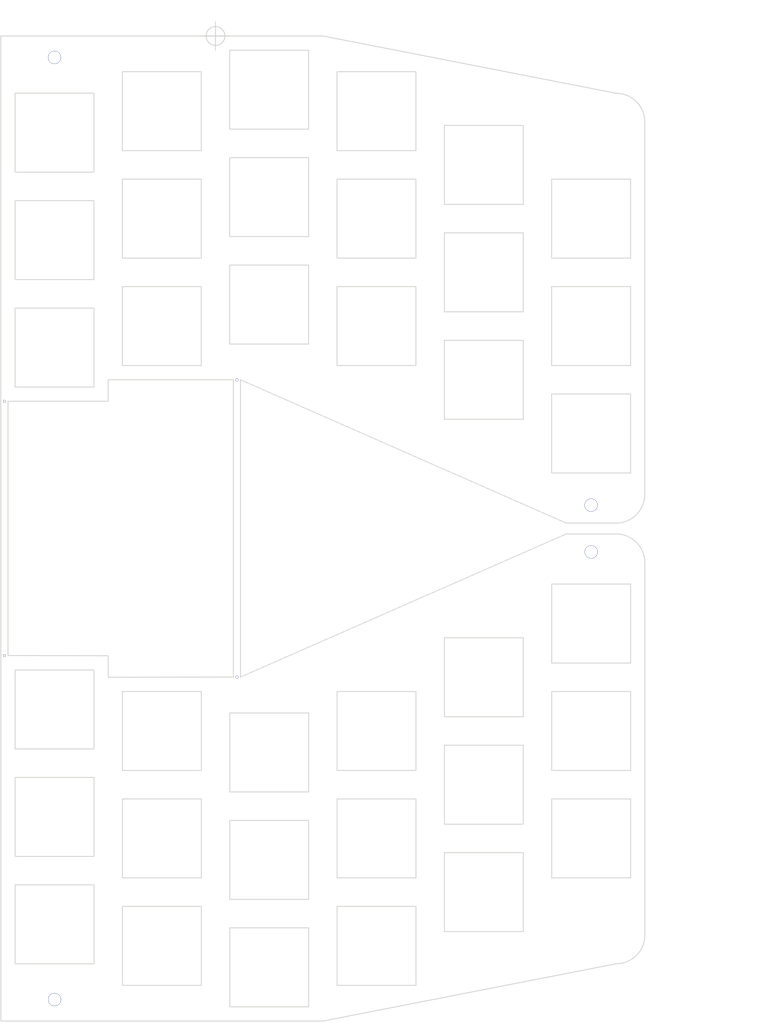
<source format=kicad_pcb>
(kicad_pcb (version 20171130) (host pcbnew 5.0.2-bee76a0~70~ubuntu18.04.1)

  (general
    (thickness 1.6)
    (drawings 30)
    (tracks 4)
    (zones 0)
    (modules 40)
    (nets 1)
  )

  (page A4)
  (layers
    (0 F.Cu signal)
    (31 B.Cu signal)
    (32 B.Adhes user)
    (33 F.Adhes user)
    (34 B.Paste user)
    (35 F.Paste user)
    (36 B.SilkS user)
    (37 F.SilkS user)
    (38 B.Mask user)
    (39 F.Mask user hide)
    (40 Dwgs.User user)
    (41 Cmts.User user)
    (42 Eco1.User user)
    (43 Eco2.User user)
    (44 Edge.Cuts user)
    (45 Margin user)
    (46 B.CrtYd user)
    (47 F.CrtYd user)
    (48 B.Fab user)
    (49 F.Fab user)
  )

  (setup
    (last_trace_width 0.25)
    (trace_clearance 0.2)
    (zone_clearance 0.508)
    (zone_45_only no)
    (trace_min 0.2)
    (segment_width 0.2)
    (edge_width 0.15)
    (via_size 0.8)
    (via_drill 0.4)
    (via_min_size 0.4)
    (via_min_drill 0.3)
    (uvia_size 0.3)
    (uvia_drill 0.1)
    (uvias_allowed no)
    (uvia_min_size 0.2)
    (uvia_min_drill 0.1)
    (pcb_text_width 0.3)
    (pcb_text_size 1.5 1.5)
    (mod_edge_width 0.15)
    (mod_text_size 1 1)
    (mod_text_width 0.15)
    (pad_size 2.3 2.3)
    (pad_drill 2.2)
    (pad_to_mask_clearance 0.051)
    (solder_mask_min_width 0.25)
    (aux_axis_origin 0 0)
    (grid_origin 135.255 20.955)
    (visible_elements FFFFFFFF)
    (pcbplotparams
      (layerselection 0x01088_7fffffff)
      (usegerberextensions true)
      (usegerberattributes false)
      (usegerberadvancedattributes false)
      (creategerberjobfile false)
      (excludeedgelayer true)
      (linewidth 0.100000)
      (plotframeref false)
      (viasonmask false)
      (mode 1)
      (useauxorigin false)
      (hpglpennumber 1)
      (hpglpenspeed 20)
      (hpglpendiameter 15.000000)
      (psnegative false)
      (psa4output false)
      (plotreference true)
      (plotvalue true)
      (plotinvisibletext false)
      (padsonsilk false)
      (subtractmaskfromsilk false)
      (outputformat 1)
      (mirror false)
      (drillshape 0)
      (scaleselection 1)
      (outputdirectory "garber"))
  )

  (net 0 "")

  (net_class Default "これはデフォルトのネット クラスです。"
    (clearance 0.2)
    (trace_width 0.25)
    (via_dia 0.8)
    (via_drill 0.4)
    (uvia_dia 0.3)
    (uvia_drill 0.1)
  )

  (net_class POWER ""
    (clearance 0.2)
    (trace_width 0.4)
    (via_dia 0.8)
    (via_drill 0.4)
    (uvia_dia 0.3)
    (uvia_drill 0.1)
  )

  (module footprints:CherryMX_edge_cuts (layer B.Cu) (tedit 5C5ED9CA) (tstamp 5CFF9468)
    (at 125.740532 182.284126 180)
    (path /5CED6AF0)
    (fp_text reference SW2 (at 7.1 -8.2 180) (layer B.SilkS) hide
      (effects (font (size 1 1) (thickness 0.15)) (justify mirror))
    )
    (fp_text value SW_PUSH (at -4.8 -8.3 180) (layer B.Fab) hide
      (effects (font (size 1 1) (thickness 0.15)) (justify mirror))
    )
    (fp_line (start -9.525 9.525) (end 9.525 9.525) (layer Dwgs.User) (width 0.15))
    (fp_line (start 9.525 9.525) (end 9.525 -9.525) (layer Dwgs.User) (width 0.15))
    (fp_line (start 9.525 -9.525) (end -9.525 -9.525) (layer Dwgs.User) (width 0.15))
    (fp_line (start -9.525 -9.525) (end -9.525 9.525) (layer Dwgs.User) (width 0.15))
    (fp_line (start -7 7) (end -7 -7) (layer Edge.Cuts) (width 0.15))
    (fp_line (start -7 -7) (end 7 -7) (layer Edge.Cuts) (width 0.15))
    (fp_line (start -7 7) (end 7 7) (layer Edge.Cuts) (width 0.15))
    (fp_line (start 7 7) (end 7 -7) (layer Edge.Cuts) (width 0.15))
  )

  (module footprints:CherryMX_edge_cuts (layer B.Cu) (tedit 5C5ED9CA) (tstamp 5CFF945D)
    (at 125.740532 163.234126 180)
    (path /5CED6AFE)
    (fp_text reference SW8 (at 7.1 -8.2 180) (layer B.SilkS) hide
      (effects (font (size 1 1) (thickness 0.15)) (justify mirror))
    )
    (fp_text value SW_PUSH (at -4.8 -8.3 180) (layer B.Fab) hide
      (effects (font (size 1 1) (thickness 0.15)) (justify mirror))
    )
    (fp_line (start -9.525 9.525) (end 9.525 9.525) (layer Dwgs.User) (width 0.15))
    (fp_line (start 9.525 9.525) (end 9.525 -9.525) (layer Dwgs.User) (width 0.15))
    (fp_line (start 9.525 -9.525) (end -9.525 -9.525) (layer Dwgs.User) (width 0.15))
    (fp_line (start -9.525 -9.525) (end -9.525 9.525) (layer Dwgs.User) (width 0.15))
    (fp_line (start -7 7) (end -7 -7) (layer Edge.Cuts) (width 0.15))
    (fp_line (start -7 -7) (end 7 -7) (layer Edge.Cuts) (width 0.15))
    (fp_line (start -7 7) (end 7 7) (layer Edge.Cuts) (width 0.15))
    (fp_line (start 7 7) (end 7 -7) (layer Edge.Cuts) (width 0.15))
  )

  (module footprints:CherryMX_edge_cuts (layer B.Cu) (tedit 5C5ED9CA) (tstamp 5CFF9452)
    (at 201.940532 125.134126 180)
    (path /5CED7C52)
    (fp_text reference SW18 (at 7.1 -8.2 180) (layer B.SilkS) hide
      (effects (font (size 1 1) (thickness 0.15)) (justify mirror))
    )
    (fp_text value SW_PUSH (at -4.8 -8.3 180) (layer B.Fab) hide
      (effects (font (size 1 1) (thickness 0.15)) (justify mirror))
    )
    (fp_line (start -9.525 9.525) (end 9.525 9.525) (layer Dwgs.User) (width 0.15))
    (fp_line (start 9.525 9.525) (end 9.525 -9.525) (layer Dwgs.User) (width 0.15))
    (fp_line (start 9.525 -9.525) (end -9.525 -9.525) (layer Dwgs.User) (width 0.15))
    (fp_line (start -9.525 -9.525) (end -9.525 9.525) (layer Dwgs.User) (width 0.15))
    (fp_line (start -7 7) (end -7 -7) (layer Edge.Cuts) (width 0.15))
    (fp_line (start -7 -7) (end 7 -7) (layer Edge.Cuts) (width 0.15))
    (fp_line (start -7 7) (end 7 7) (layer Edge.Cuts) (width 0.15))
    (fp_line (start 7 7) (end 7 -7) (layer Edge.Cuts) (width 0.15))
  )

  (module footprints:CherryMX_edge_cuts (layer B.Cu) (tedit 5C5ED9CA) (tstamp 5CFF9447)
    (at 125.740532 144.184126 180)
    (path /5CED6B0C)
    (fp_text reference SW14 (at 7.1 -8.2 180) (layer B.SilkS) hide
      (effects (font (size 1 1) (thickness 0.15)) (justify mirror))
    )
    (fp_text value SW_PUSH (at -4.8 -8.3 180) (layer B.Fab) hide
      (effects (font (size 1 1) (thickness 0.15)) (justify mirror))
    )
    (fp_line (start -9.525 9.525) (end 9.525 9.525) (layer Dwgs.User) (width 0.15))
    (fp_line (start 9.525 9.525) (end 9.525 -9.525) (layer Dwgs.User) (width 0.15))
    (fp_line (start 9.525 -9.525) (end -9.525 -9.525) (layer Dwgs.User) (width 0.15))
    (fp_line (start -9.525 -9.525) (end -9.525 9.525) (layer Dwgs.User) (width 0.15))
    (fp_line (start -7 7) (end -7 -7) (layer Edge.Cuts) (width 0.15))
    (fp_line (start -7 -7) (end 7 -7) (layer Edge.Cuts) (width 0.15))
    (fp_line (start -7 7) (end 7 7) (layer Edge.Cuts) (width 0.15))
    (fp_line (start 7 7) (end 7 -7) (layer Edge.Cuts) (width 0.15))
  )

  (module footprints:CherryMX_edge_cuts (layer B.Cu) (tedit 5C5ED9CA) (tstamp 5CFF943C)
    (at 144.790532 147.994126 180)
    (path /5CED70C4)
    (fp_text reference SW15 (at 7.1 -8.2 180) (layer B.SilkS) hide
      (effects (font (size 1 1) (thickness 0.15)) (justify mirror))
    )
    (fp_text value SW_PUSH (at -4.8 -8.3 180) (layer B.Fab) hide
      (effects (font (size 1 1) (thickness 0.15)) (justify mirror))
    )
    (fp_line (start -9.525 9.525) (end 9.525 9.525) (layer Dwgs.User) (width 0.15))
    (fp_line (start 9.525 9.525) (end 9.525 -9.525) (layer Dwgs.User) (width 0.15))
    (fp_line (start 9.525 -9.525) (end -9.525 -9.525) (layer Dwgs.User) (width 0.15))
    (fp_line (start -9.525 -9.525) (end -9.525 9.525) (layer Dwgs.User) (width 0.15))
    (fp_line (start -7 7) (end -7 -7) (layer Edge.Cuts) (width 0.15))
    (fp_line (start -7 -7) (end 7 -7) (layer Edge.Cuts) (width 0.15))
    (fp_line (start -7 7) (end 7 7) (layer Edge.Cuts) (width 0.15))
    (fp_line (start 7 7) (end 7 -7) (layer Edge.Cuts) (width 0.15))
  )

  (module footprints:CherryMX_edge_cuts (layer B.Cu) (tedit 5C5ED9CA) (tstamp 5CFF9431)
    (at 201.940532 144.184126 180)
    (path /5CED7C44)
    (fp_text reference SW12 (at 7.1 -8.2 180) (layer B.SilkS) hide
      (effects (font (size 1 1) (thickness 0.15)) (justify mirror))
    )
    (fp_text value SW_PUSH (at -4.8 -8.3 180) (layer B.Fab) hide
      (effects (font (size 1 1) (thickness 0.15)) (justify mirror))
    )
    (fp_line (start -9.525 9.525) (end 9.525 9.525) (layer Dwgs.User) (width 0.15))
    (fp_line (start 9.525 9.525) (end 9.525 -9.525) (layer Dwgs.User) (width 0.15))
    (fp_line (start 9.525 -9.525) (end -9.525 -9.525) (layer Dwgs.User) (width 0.15))
    (fp_line (start -9.525 -9.525) (end -9.525 9.525) (layer Dwgs.User) (width 0.15))
    (fp_line (start -7 7) (end -7 -7) (layer Edge.Cuts) (width 0.15))
    (fp_line (start -7 -7) (end 7 -7) (layer Edge.Cuts) (width 0.15))
    (fp_line (start -7 7) (end 7 7) (layer Edge.Cuts) (width 0.15))
    (fp_line (start 7 7) (end 7 -7) (layer Edge.Cuts) (width 0.15))
  )

  (module footprints:CherryMX_edge_cuts (layer B.Cu) (tedit 5C5ED9CA) (tstamp 5CFF9426)
    (at 144.790532 186.094126 180)
    (path /5CED70A8)
    (fp_text reference SW3 (at 7.1 -8.2 180) (layer B.SilkS) hide
      (effects (font (size 1 1) (thickness 0.15)) (justify mirror))
    )
    (fp_text value SW_PUSH (at -4.8 -8.3 180) (layer B.Fab) hide
      (effects (font (size 1 1) (thickness 0.15)) (justify mirror))
    )
    (fp_line (start -9.525 9.525) (end 9.525 9.525) (layer Dwgs.User) (width 0.15))
    (fp_line (start 9.525 9.525) (end 9.525 -9.525) (layer Dwgs.User) (width 0.15))
    (fp_line (start 9.525 -9.525) (end -9.525 -9.525) (layer Dwgs.User) (width 0.15))
    (fp_line (start -9.525 -9.525) (end -9.525 9.525) (layer Dwgs.User) (width 0.15))
    (fp_line (start -7 7) (end -7 -7) (layer Edge.Cuts) (width 0.15))
    (fp_line (start -7 -7) (end 7 -7) (layer Edge.Cuts) (width 0.15))
    (fp_line (start -7 7) (end 7 7) (layer Edge.Cuts) (width 0.15))
    (fp_line (start 7 7) (end 7 -7) (layer Edge.Cuts) (width 0.15))
  )

  (module footprints:CherryMX_edge_cuts (layer B.Cu) (tedit 5C5ED9CA) (tstamp 5CFF941B)
    (at 163.840532 182.284126 180)
    (path /5CED7BC6)
    (fp_text reference SW4 (at 7.1 -8.2 180) (layer B.SilkS) hide
      (effects (font (size 1 1) (thickness 0.15)) (justify mirror))
    )
    (fp_text value SW_PUSH (at -4.8 -8.3 180) (layer B.Fab) hide
      (effects (font (size 1 1) (thickness 0.15)) (justify mirror))
    )
    (fp_line (start -9.525 9.525) (end 9.525 9.525) (layer Dwgs.User) (width 0.15))
    (fp_line (start 9.525 9.525) (end 9.525 -9.525) (layer Dwgs.User) (width 0.15))
    (fp_line (start 9.525 -9.525) (end -9.525 -9.525) (layer Dwgs.User) (width 0.15))
    (fp_line (start -9.525 -9.525) (end -9.525 9.525) (layer Dwgs.User) (width 0.15))
    (fp_line (start -7 7) (end -7 -7) (layer Edge.Cuts) (width 0.15))
    (fp_line (start -7 -7) (end 7 -7) (layer Edge.Cuts) (width 0.15))
    (fp_line (start -7 7) (end 7 7) (layer Edge.Cuts) (width 0.15))
    (fp_line (start 7 7) (end 7 -7) (layer Edge.Cuts) (width 0.15))
  )

  (module footprints:CherryMX_edge_cuts (layer B.Cu) (tedit 5C5ED9CA) (tstamp 5CFF9410)
    (at 106.690532 178.474126 180)
    (path /5CED6234)
    (fp_text reference SW1 (at 7.1 -8.2 180) (layer B.SilkS) hide
      (effects (font (size 1 1) (thickness 0.15)) (justify mirror))
    )
    (fp_text value SW_PUSH (at -4.8 -8.3 180) (layer B.Fab) hide
      (effects (font (size 1 1) (thickness 0.15)) (justify mirror))
    )
    (fp_line (start -9.525 9.525) (end 9.525 9.525) (layer Dwgs.User) (width 0.15))
    (fp_line (start 9.525 9.525) (end 9.525 -9.525) (layer Dwgs.User) (width 0.15))
    (fp_line (start 9.525 -9.525) (end -9.525 -9.525) (layer Dwgs.User) (width 0.15))
    (fp_line (start -9.525 -9.525) (end -9.525 9.525) (layer Dwgs.User) (width 0.15))
    (fp_line (start -7 7) (end -7 -7) (layer Edge.Cuts) (width 0.15))
    (fp_line (start -7 -7) (end 7 -7) (layer Edge.Cuts) (width 0.15))
    (fp_line (start -7 7) (end 7 7) (layer Edge.Cuts) (width 0.15))
    (fp_line (start 7 7) (end 7 -7) (layer Edge.Cuts) (width 0.15))
  )

  (module footprints:CherryMX_edge_cuts (layer B.Cu) (tedit 5C5ED9CA) (tstamp 5CFF9405)
    (at 182.890532 153.709126 180)
    (path /5CED7C0C)
    (fp_text reference SW11 (at 7.1 -8.2 180) (layer B.SilkS) hide
      (effects (font (size 1 1) (thickness 0.15)) (justify mirror))
    )
    (fp_text value SW_PUSH (at -4.8 -8.3 180) (layer B.Fab) hide
      (effects (font (size 1 1) (thickness 0.15)) (justify mirror))
    )
    (fp_line (start -9.525 9.525) (end 9.525 9.525) (layer Dwgs.User) (width 0.15))
    (fp_line (start 9.525 9.525) (end 9.525 -9.525) (layer Dwgs.User) (width 0.15))
    (fp_line (start 9.525 -9.525) (end -9.525 -9.525) (layer Dwgs.User) (width 0.15))
    (fp_line (start -9.525 -9.525) (end -9.525 9.525) (layer Dwgs.User) (width 0.15))
    (fp_line (start -7 7) (end -7 -7) (layer Edge.Cuts) (width 0.15))
    (fp_line (start -7 -7) (end 7 -7) (layer Edge.Cuts) (width 0.15))
    (fp_line (start -7 7) (end 7 7) (layer Edge.Cuts) (width 0.15))
    (fp_line (start 7 7) (end 7 -7) (layer Edge.Cuts) (width 0.15))
  )

  (module footprints:CherryMX_edge_cuts (layer B.Cu) (tedit 5C5ED9CA) (tstamp 5CFF93FA)
    (at 106.690532 140.374126 180)
    (path /5CED6479)
    (fp_text reference SW13 (at 7.1 -8.2 180) (layer B.SilkS) hide
      (effects (font (size 1 1) (thickness 0.15)) (justify mirror))
    )
    (fp_text value SW_PUSH (at -4.8 -8.3 180) (layer B.Fab) hide
      (effects (font (size 1 1) (thickness 0.15)) (justify mirror))
    )
    (fp_line (start -9.525 9.525) (end 9.525 9.525) (layer Dwgs.User) (width 0.15))
    (fp_line (start 9.525 9.525) (end 9.525 -9.525) (layer Dwgs.User) (width 0.15))
    (fp_line (start 9.525 -9.525) (end -9.525 -9.525) (layer Dwgs.User) (width 0.15))
    (fp_line (start -9.525 -9.525) (end -9.525 9.525) (layer Dwgs.User) (width 0.15))
    (fp_line (start -7 7) (end -7 -7) (layer Edge.Cuts) (width 0.15))
    (fp_line (start -7 -7) (end 7 -7) (layer Edge.Cuts) (width 0.15))
    (fp_line (start -7 7) (end 7 7) (layer Edge.Cuts) (width 0.15))
    (fp_line (start 7 7) (end 7 -7) (layer Edge.Cuts) (width 0.15))
  )

  (module footprints:CherryMX_edge_cuts (layer B.Cu) (tedit 5C5ED9CA) (tstamp 5CFF93E9)
    (at 106.690532 159.424126 180)
    (path /5CED63E7)
    (fp_text reference SW7 (at 7.1 -8.2 180) (layer B.SilkS) hide
      (effects (font (size 1 1) (thickness 0.15)) (justify mirror))
    )
    (fp_text value SW_PUSH (at -4.8 -8.3 180) (layer B.Fab) hide
      (effects (font (size 1 1) (thickness 0.15)) (justify mirror))
    )
    (fp_line (start -9.525 9.525) (end 9.525 9.525) (layer Dwgs.User) (width 0.15))
    (fp_line (start 9.525 9.525) (end 9.525 -9.525) (layer Dwgs.User) (width 0.15))
    (fp_line (start 9.525 -9.525) (end -9.525 -9.525) (layer Dwgs.User) (width 0.15))
    (fp_line (start -9.525 -9.525) (end -9.525 9.525) (layer Dwgs.User) (width 0.15))
    (fp_line (start -7 7) (end -7 -7) (layer Edge.Cuts) (width 0.15))
    (fp_line (start -7 -7) (end 7 -7) (layer Edge.Cuts) (width 0.15))
    (fp_line (start -7 7) (end 7 7) (layer Edge.Cuts) (width 0.15))
    (fp_line (start 7 7) (end 7 -7) (layer Edge.Cuts) (width 0.15))
  )

  (module footprints:CherryMX_edge_cuts (layer B.Cu) (tedit 5C5ED9CA) (tstamp 5CFF93DE)
    (at 163.840532 163.234126 180)
    (path /5CED7BD4)
    (fp_text reference SW10 (at 7.1 -8.2 180) (layer B.SilkS) hide
      (effects (font (size 1 1) (thickness 0.15)) (justify mirror))
    )
    (fp_text value SW_PUSH (at -4.8 -8.3 180) (layer B.Fab) hide
      (effects (font (size 1 1) (thickness 0.15)) (justify mirror))
    )
    (fp_line (start -9.525 9.525) (end 9.525 9.525) (layer Dwgs.User) (width 0.15))
    (fp_line (start 9.525 9.525) (end 9.525 -9.525) (layer Dwgs.User) (width 0.15))
    (fp_line (start 9.525 -9.525) (end -9.525 -9.525) (layer Dwgs.User) (width 0.15))
    (fp_line (start -9.525 -9.525) (end -9.525 9.525) (layer Dwgs.User) (width 0.15))
    (fp_line (start -7 7) (end -7 -7) (layer Edge.Cuts) (width 0.15))
    (fp_line (start -7 -7) (end 7 -7) (layer Edge.Cuts) (width 0.15))
    (fp_line (start -7 7) (end 7 7) (layer Edge.Cuts) (width 0.15))
    (fp_line (start 7 7) (end 7 -7) (layer Edge.Cuts) (width 0.15))
  )

  (module footprints:CherryMX_edge_cuts (layer B.Cu) (tedit 5C5ED9CA) (tstamp 5CFF93D3)
    (at 201.940532 163.234126 180)
    (path /5CED7C36)
    (fp_text reference SW6 (at 7.1 -8.2 180) (layer B.SilkS) hide
      (effects (font (size 1 1) (thickness 0.15)) (justify mirror))
    )
    (fp_text value SW_PUSH (at -4.8 -8.3 180) (layer B.Fab) hide
      (effects (font (size 1 1) (thickness 0.15)) (justify mirror))
    )
    (fp_line (start -9.525 9.525) (end 9.525 9.525) (layer Dwgs.User) (width 0.15))
    (fp_line (start 9.525 9.525) (end 9.525 -9.525) (layer Dwgs.User) (width 0.15))
    (fp_line (start 9.525 -9.525) (end -9.525 -9.525) (layer Dwgs.User) (width 0.15))
    (fp_line (start -9.525 -9.525) (end -9.525 9.525) (layer Dwgs.User) (width 0.15))
    (fp_line (start -7 7) (end -7 -7) (layer Edge.Cuts) (width 0.15))
    (fp_line (start -7 -7) (end 7 -7) (layer Edge.Cuts) (width 0.15))
    (fp_line (start -7 7) (end 7 7) (layer Edge.Cuts) (width 0.15))
    (fp_line (start 7 7) (end 7 -7) (layer Edge.Cuts) (width 0.15))
  )

  (module footprints:CherryMX_edge_cuts (layer B.Cu) (tedit 5C5ED9CA) (tstamp 5CFF93C8)
    (at 182.890532 172.759126 180)
    (path /5CED7BFE)
    (fp_text reference SW5 (at 7.1 -8.2 180) (layer B.SilkS) hide
      (effects (font (size 1 1) (thickness 0.15)) (justify mirror))
    )
    (fp_text value SW_PUSH (at -4.8 -8.3 180) (layer B.Fab) hide
      (effects (font (size 1 1) (thickness 0.15)) (justify mirror))
    )
    (fp_line (start -9.525 9.525) (end 9.525 9.525) (layer Dwgs.User) (width 0.15))
    (fp_line (start 9.525 9.525) (end 9.525 -9.525) (layer Dwgs.User) (width 0.15))
    (fp_line (start 9.525 -9.525) (end -9.525 -9.525) (layer Dwgs.User) (width 0.15))
    (fp_line (start -9.525 -9.525) (end -9.525 9.525) (layer Dwgs.User) (width 0.15))
    (fp_line (start -7 7) (end -7 -7) (layer Edge.Cuts) (width 0.15))
    (fp_line (start -7 -7) (end 7 -7) (layer Edge.Cuts) (width 0.15))
    (fp_line (start -7 7) (end 7 7) (layer Edge.Cuts) (width 0.15))
    (fp_line (start 7 7) (end 7 -7) (layer Edge.Cuts) (width 0.15))
  )

  (module footprints:CherryMX_edge_cuts (layer B.Cu) (tedit 5C5ED9CA) (tstamp 5CFF93BD)
    (at 163.840532 144.184126 180)
    (path /5CED7BE2)
    (fp_text reference SW16 (at 7.1 -8.2 180) (layer B.SilkS) hide
      (effects (font (size 1 1) (thickness 0.15)) (justify mirror))
    )
    (fp_text value SW_PUSH (at -4.8 -8.3 180) (layer B.Fab) hide
      (effects (font (size 1 1) (thickness 0.15)) (justify mirror))
    )
    (fp_line (start -9.525 9.525) (end 9.525 9.525) (layer Dwgs.User) (width 0.15))
    (fp_line (start 9.525 9.525) (end 9.525 -9.525) (layer Dwgs.User) (width 0.15))
    (fp_line (start 9.525 -9.525) (end -9.525 -9.525) (layer Dwgs.User) (width 0.15))
    (fp_line (start -9.525 -9.525) (end -9.525 9.525) (layer Dwgs.User) (width 0.15))
    (fp_line (start -7 7) (end -7 -7) (layer Edge.Cuts) (width 0.15))
    (fp_line (start -7 -7) (end 7 -7) (layer Edge.Cuts) (width 0.15))
    (fp_line (start -7 7) (end 7 7) (layer Edge.Cuts) (width 0.15))
    (fp_line (start 7 7) (end 7 -7) (layer Edge.Cuts) (width 0.15))
  )

  (module footprints:CherryMX_edge_cuts (layer B.Cu) (tedit 5C5ED9CA) (tstamp 5CFF93B2)
    (at 182.890532 134.659126 180)
    (path /5CED7C1A)
    (fp_text reference SW17 (at 7.1 -8.2 180) (layer B.SilkS) hide
      (effects (font (size 1 1) (thickness 0.15)) (justify mirror))
    )
    (fp_text value SW_PUSH (at -4.8 -8.3 180) (layer B.Fab) hide
      (effects (font (size 1 1) (thickness 0.15)) (justify mirror))
    )
    (fp_line (start -9.525 9.525) (end 9.525 9.525) (layer Dwgs.User) (width 0.15))
    (fp_line (start 9.525 9.525) (end 9.525 -9.525) (layer Dwgs.User) (width 0.15))
    (fp_line (start 9.525 -9.525) (end -9.525 -9.525) (layer Dwgs.User) (width 0.15))
    (fp_line (start -9.525 -9.525) (end -9.525 9.525) (layer Dwgs.User) (width 0.15))
    (fp_line (start -7 7) (end -7 -7) (layer Edge.Cuts) (width 0.15))
    (fp_line (start -7 -7) (end 7 -7) (layer Edge.Cuts) (width 0.15))
    (fp_line (start -7 7) (end 7 7) (layer Edge.Cuts) (width 0.15))
    (fp_line (start 7 7) (end 7 -7) (layer Edge.Cuts) (width 0.15))
  )

  (module footprints:CherryMX_edge_cuts (layer B.Cu) (tedit 5C5ED9CA) (tstamp 5CFF93A7)
    (at 144.790532 167.044126 180)
    (path /5CED70B6)
    (fp_text reference SW9 (at 7.1 -8.2 180) (layer B.SilkS) hide
      (effects (font (size 1 1) (thickness 0.15)) (justify mirror))
    )
    (fp_text value SW_PUSH (at -4.8 -8.3 180) (layer B.Fab) hide
      (effects (font (size 1 1) (thickness 0.15)) (justify mirror))
    )
    (fp_line (start -9.525 9.525) (end 9.525 9.525) (layer Dwgs.User) (width 0.15))
    (fp_line (start 9.525 9.525) (end 9.525 -9.525) (layer Dwgs.User) (width 0.15))
    (fp_line (start 9.525 -9.525) (end -9.525 -9.525) (layer Dwgs.User) (width 0.15))
    (fp_line (start -9.525 -9.525) (end -9.525 9.525) (layer Dwgs.User) (width 0.15))
    (fp_line (start -7 7) (end -7 -7) (layer Edge.Cuts) (width 0.15))
    (fp_line (start -7 -7) (end 7 -7) (layer Edge.Cuts) (width 0.15))
    (fp_line (start -7 7) (end 7 7) (layer Edge.Cuts) (width 0.15))
    (fp_line (start 7 7) (end 7 -7) (layer Edge.Cuts) (width 0.15))
  )

  (module footprints:CherryMX_edge_cuts (layer F.Cu) (tedit 5C5ED9CA) (tstamp 5CED8C90)
    (at 106.68 38.1 180)
    (path /5CED6234)
    (fp_text reference SW1 (at 7.1 8.2 180) (layer F.SilkS) hide
      (effects (font (size 1 1) (thickness 0.15)))
    )
    (fp_text value SW_PUSH (at -4.8 8.3 180) (layer F.Fab) hide
      (effects (font (size 1 1) (thickness 0.15)))
    )
    (fp_line (start -9.525 -9.525) (end 9.525 -9.525) (layer Dwgs.User) (width 0.15))
    (fp_line (start 9.525 -9.525) (end 9.525 9.525) (layer Dwgs.User) (width 0.15))
    (fp_line (start 9.525 9.525) (end -9.525 9.525) (layer Dwgs.User) (width 0.15))
    (fp_line (start -9.525 9.525) (end -9.525 -9.525) (layer Dwgs.User) (width 0.15))
    (fp_line (start -7 -7) (end -7 7) (layer Edge.Cuts) (width 0.15))
    (fp_line (start -7 7) (end 7 7) (layer Edge.Cuts) (width 0.15))
    (fp_line (start -7 -7) (end 7 -7) (layer Edge.Cuts) (width 0.15))
    (fp_line (start 7 -7) (end 7 7) (layer Edge.Cuts) (width 0.15))
  )

  (module footprints:CherryMX_edge_cuts (layer F.Cu) (tedit 5C5ED9CA) (tstamp 5CED8CDD)
    (at 125.73 34.29 180)
    (path /5CED6AF0)
    (fp_text reference SW2 (at 7.1 8.2 180) (layer F.SilkS) hide
      (effects (font (size 1 1) (thickness 0.15)))
    )
    (fp_text value SW_PUSH (at -4.8 8.3 180) (layer F.Fab) hide
      (effects (font (size 1 1) (thickness 0.15)))
    )
    (fp_line (start -9.525 -9.525) (end 9.525 -9.525) (layer Dwgs.User) (width 0.15))
    (fp_line (start 9.525 -9.525) (end 9.525 9.525) (layer Dwgs.User) (width 0.15))
    (fp_line (start 9.525 9.525) (end -9.525 9.525) (layer Dwgs.User) (width 0.15))
    (fp_line (start -9.525 9.525) (end -9.525 -9.525) (layer Dwgs.User) (width 0.15))
    (fp_line (start -7 -7) (end -7 7) (layer Edge.Cuts) (width 0.15))
    (fp_line (start -7 7) (end 7 7) (layer Edge.Cuts) (width 0.15))
    (fp_line (start -7 -7) (end 7 -7) (layer Edge.Cuts) (width 0.15))
    (fp_line (start 7 -7) (end 7 7) (layer Edge.Cuts) (width 0.15))
  )

  (module footprints:CherryMX_edge_cuts (layer F.Cu) (tedit 5C5ED9CA) (tstamp 5CED8D2A)
    (at 144.78 30.48 180)
    (path /5CED70A8)
    (fp_text reference SW3 (at 7.1 8.2 180) (layer F.SilkS) hide
      (effects (font (size 1 1) (thickness 0.15)))
    )
    (fp_text value SW_PUSH (at -4.8 8.3 180) (layer F.Fab) hide
      (effects (font (size 1 1) (thickness 0.15)))
    )
    (fp_line (start -9.525 -9.525) (end 9.525 -9.525) (layer Dwgs.User) (width 0.15))
    (fp_line (start 9.525 -9.525) (end 9.525 9.525) (layer Dwgs.User) (width 0.15))
    (fp_line (start 9.525 9.525) (end -9.525 9.525) (layer Dwgs.User) (width 0.15))
    (fp_line (start -9.525 9.525) (end -9.525 -9.525) (layer Dwgs.User) (width 0.15))
    (fp_line (start -7 -7) (end -7 7) (layer Edge.Cuts) (width 0.15))
    (fp_line (start -7 7) (end 7 7) (layer Edge.Cuts) (width 0.15))
    (fp_line (start -7 -7) (end 7 -7) (layer Edge.Cuts) (width 0.15))
    (fp_line (start 7 -7) (end 7 7) (layer Edge.Cuts) (width 0.15))
  )

  (module footprints:CherryMX_edge_cuts (layer F.Cu) (tedit 5C5ED9CA) (tstamp 5CED8D77)
    (at 163.83 34.29 180)
    (path /5CED7BC6)
    (fp_text reference SW4 (at 7.1 8.2 180) (layer F.SilkS) hide
      (effects (font (size 1 1) (thickness 0.15)))
    )
    (fp_text value SW_PUSH (at -4.8 8.3 180) (layer F.Fab) hide
      (effects (font (size 1 1) (thickness 0.15)))
    )
    (fp_line (start -9.525 -9.525) (end 9.525 -9.525) (layer Dwgs.User) (width 0.15))
    (fp_line (start 9.525 -9.525) (end 9.525 9.525) (layer Dwgs.User) (width 0.15))
    (fp_line (start 9.525 9.525) (end -9.525 9.525) (layer Dwgs.User) (width 0.15))
    (fp_line (start -9.525 9.525) (end -9.525 -9.525) (layer Dwgs.User) (width 0.15))
    (fp_line (start -7 -7) (end -7 7) (layer Edge.Cuts) (width 0.15))
    (fp_line (start -7 7) (end 7 7) (layer Edge.Cuts) (width 0.15))
    (fp_line (start -7 -7) (end 7 -7) (layer Edge.Cuts) (width 0.15))
    (fp_line (start 7 -7) (end 7 7) (layer Edge.Cuts) (width 0.15))
  )

  (module footprints:CherryMX_edge_cuts (layer F.Cu) (tedit 5C5ED9CA) (tstamp 5CED8DC4)
    (at 182.88 43.815 180)
    (path /5CED7BFE)
    (fp_text reference SW5 (at 7.1 8.2 180) (layer F.SilkS) hide
      (effects (font (size 1 1) (thickness 0.15)))
    )
    (fp_text value SW_PUSH (at -4.8 8.3 180) (layer F.Fab) hide
      (effects (font (size 1 1) (thickness 0.15)))
    )
    (fp_line (start -9.525 -9.525) (end 9.525 -9.525) (layer Dwgs.User) (width 0.15))
    (fp_line (start 9.525 -9.525) (end 9.525 9.525) (layer Dwgs.User) (width 0.15))
    (fp_line (start 9.525 9.525) (end -9.525 9.525) (layer Dwgs.User) (width 0.15))
    (fp_line (start -9.525 9.525) (end -9.525 -9.525) (layer Dwgs.User) (width 0.15))
    (fp_line (start -7 -7) (end -7 7) (layer Edge.Cuts) (width 0.15))
    (fp_line (start -7 7) (end 7 7) (layer Edge.Cuts) (width 0.15))
    (fp_line (start -7 -7) (end 7 -7) (layer Edge.Cuts) (width 0.15))
    (fp_line (start 7 -7) (end 7 7) (layer Edge.Cuts) (width 0.15))
  )

  (module footprints:CherryMX_edge_cuts (layer F.Cu) (tedit 5C5ED9CA) (tstamp 5CED8E11)
    (at 201.93 53.34 180)
    (path /5CED7C36)
    (fp_text reference SW6 (at 7.1 8.2 180) (layer F.SilkS) hide
      (effects (font (size 1 1) (thickness 0.15)))
    )
    (fp_text value SW_PUSH (at -4.8 8.3 180) (layer F.Fab) hide
      (effects (font (size 1 1) (thickness 0.15)))
    )
    (fp_line (start -9.525 -9.525) (end 9.525 -9.525) (layer Dwgs.User) (width 0.15))
    (fp_line (start 9.525 -9.525) (end 9.525 9.525) (layer Dwgs.User) (width 0.15))
    (fp_line (start 9.525 9.525) (end -9.525 9.525) (layer Dwgs.User) (width 0.15))
    (fp_line (start -9.525 9.525) (end -9.525 -9.525) (layer Dwgs.User) (width 0.15))
    (fp_line (start -7 -7) (end -7 7) (layer Edge.Cuts) (width 0.15))
    (fp_line (start -7 7) (end 7 7) (layer Edge.Cuts) (width 0.15))
    (fp_line (start -7 -7) (end 7 -7) (layer Edge.Cuts) (width 0.15))
    (fp_line (start 7 -7) (end 7 7) (layer Edge.Cuts) (width 0.15))
  )

  (module footprints:CherryMX_edge_cuts (layer F.Cu) (tedit 5C5ED9CA) (tstamp 5CED8E5E)
    (at 106.68 57.15 180)
    (path /5CED63E7)
    (fp_text reference SW7 (at 7.1 8.2 180) (layer F.SilkS) hide
      (effects (font (size 1 1) (thickness 0.15)))
    )
    (fp_text value SW_PUSH (at -4.8 8.3 180) (layer F.Fab) hide
      (effects (font (size 1 1) (thickness 0.15)))
    )
    (fp_line (start -9.525 -9.525) (end 9.525 -9.525) (layer Dwgs.User) (width 0.15))
    (fp_line (start 9.525 -9.525) (end 9.525 9.525) (layer Dwgs.User) (width 0.15))
    (fp_line (start 9.525 9.525) (end -9.525 9.525) (layer Dwgs.User) (width 0.15))
    (fp_line (start -9.525 9.525) (end -9.525 -9.525) (layer Dwgs.User) (width 0.15))
    (fp_line (start -7 -7) (end -7 7) (layer Edge.Cuts) (width 0.15))
    (fp_line (start -7 7) (end 7 7) (layer Edge.Cuts) (width 0.15))
    (fp_line (start -7 -7) (end 7 -7) (layer Edge.Cuts) (width 0.15))
    (fp_line (start 7 -7) (end 7 7) (layer Edge.Cuts) (width 0.15))
  )

  (module footprints:CherryMX_edge_cuts (layer F.Cu) (tedit 5C5ED9CA) (tstamp 5CED8EAB)
    (at 125.73 53.34 180)
    (path /5CED6AFE)
    (fp_text reference SW8 (at 7.1 8.2 180) (layer F.SilkS) hide
      (effects (font (size 1 1) (thickness 0.15)))
    )
    (fp_text value SW_PUSH (at -4.8 8.3 180) (layer F.Fab) hide
      (effects (font (size 1 1) (thickness 0.15)))
    )
    (fp_line (start -9.525 -9.525) (end 9.525 -9.525) (layer Dwgs.User) (width 0.15))
    (fp_line (start 9.525 -9.525) (end 9.525 9.525) (layer Dwgs.User) (width 0.15))
    (fp_line (start 9.525 9.525) (end -9.525 9.525) (layer Dwgs.User) (width 0.15))
    (fp_line (start -9.525 9.525) (end -9.525 -9.525) (layer Dwgs.User) (width 0.15))
    (fp_line (start -7 -7) (end -7 7) (layer Edge.Cuts) (width 0.15))
    (fp_line (start -7 7) (end 7 7) (layer Edge.Cuts) (width 0.15))
    (fp_line (start -7 -7) (end 7 -7) (layer Edge.Cuts) (width 0.15))
    (fp_line (start 7 -7) (end 7 7) (layer Edge.Cuts) (width 0.15))
  )

  (module footprints:CherryMX_edge_cuts (layer F.Cu) (tedit 5C5ED9CA) (tstamp 5CED8EF8)
    (at 144.78 49.53 180)
    (path /5CED70B6)
    (fp_text reference SW9 (at 7.1 8.2 180) (layer F.SilkS) hide
      (effects (font (size 1 1) (thickness 0.15)))
    )
    (fp_text value SW_PUSH (at -4.8 8.3 180) (layer F.Fab) hide
      (effects (font (size 1 1) (thickness 0.15)))
    )
    (fp_line (start -9.525 -9.525) (end 9.525 -9.525) (layer Dwgs.User) (width 0.15))
    (fp_line (start 9.525 -9.525) (end 9.525 9.525) (layer Dwgs.User) (width 0.15))
    (fp_line (start 9.525 9.525) (end -9.525 9.525) (layer Dwgs.User) (width 0.15))
    (fp_line (start -9.525 9.525) (end -9.525 -9.525) (layer Dwgs.User) (width 0.15))
    (fp_line (start -7 -7) (end -7 7) (layer Edge.Cuts) (width 0.15))
    (fp_line (start -7 7) (end 7 7) (layer Edge.Cuts) (width 0.15))
    (fp_line (start -7 -7) (end 7 -7) (layer Edge.Cuts) (width 0.15))
    (fp_line (start 7 -7) (end 7 7) (layer Edge.Cuts) (width 0.15))
  )

  (module footprints:CherryMX_edge_cuts (layer F.Cu) (tedit 5C5ED9CA) (tstamp 5CED8F45)
    (at 163.83 53.34 180)
    (path /5CED7BD4)
    (fp_text reference SW10 (at 7.1 8.2 180) (layer F.SilkS) hide
      (effects (font (size 1 1) (thickness 0.15)))
    )
    (fp_text value SW_PUSH (at -4.8 8.3 180) (layer F.Fab) hide
      (effects (font (size 1 1) (thickness 0.15)))
    )
    (fp_line (start -9.525 -9.525) (end 9.525 -9.525) (layer Dwgs.User) (width 0.15))
    (fp_line (start 9.525 -9.525) (end 9.525 9.525) (layer Dwgs.User) (width 0.15))
    (fp_line (start 9.525 9.525) (end -9.525 9.525) (layer Dwgs.User) (width 0.15))
    (fp_line (start -9.525 9.525) (end -9.525 -9.525) (layer Dwgs.User) (width 0.15))
    (fp_line (start -7 -7) (end -7 7) (layer Edge.Cuts) (width 0.15))
    (fp_line (start -7 7) (end 7 7) (layer Edge.Cuts) (width 0.15))
    (fp_line (start -7 -7) (end 7 -7) (layer Edge.Cuts) (width 0.15))
    (fp_line (start 7 -7) (end 7 7) (layer Edge.Cuts) (width 0.15))
  )

  (module footprints:CherryMX_edge_cuts (layer F.Cu) (tedit 5C5ED9CA) (tstamp 5CED8F92)
    (at 182.88 62.865 180)
    (path /5CED7C0C)
    (fp_text reference SW11 (at 7.1 8.2 180) (layer F.SilkS) hide
      (effects (font (size 1 1) (thickness 0.15)))
    )
    (fp_text value SW_PUSH (at -4.8 8.3 180) (layer F.Fab) hide
      (effects (font (size 1 1) (thickness 0.15)))
    )
    (fp_line (start -9.525 -9.525) (end 9.525 -9.525) (layer Dwgs.User) (width 0.15))
    (fp_line (start 9.525 -9.525) (end 9.525 9.525) (layer Dwgs.User) (width 0.15))
    (fp_line (start 9.525 9.525) (end -9.525 9.525) (layer Dwgs.User) (width 0.15))
    (fp_line (start -9.525 9.525) (end -9.525 -9.525) (layer Dwgs.User) (width 0.15))
    (fp_line (start -7 -7) (end -7 7) (layer Edge.Cuts) (width 0.15))
    (fp_line (start -7 7) (end 7 7) (layer Edge.Cuts) (width 0.15))
    (fp_line (start -7 -7) (end 7 -7) (layer Edge.Cuts) (width 0.15))
    (fp_line (start 7 -7) (end 7 7) (layer Edge.Cuts) (width 0.15))
  )

  (module footprints:CherryMX_edge_cuts (layer F.Cu) (tedit 5C5ED9CA) (tstamp 5CED8FDF)
    (at 201.93 72.39 180)
    (path /5CED7C44)
    (fp_text reference SW12 (at 7.1 8.2 180) (layer F.SilkS) hide
      (effects (font (size 1 1) (thickness 0.15)))
    )
    (fp_text value SW_PUSH (at -4.8 8.3 180) (layer F.Fab) hide
      (effects (font (size 1 1) (thickness 0.15)))
    )
    (fp_line (start -9.525 -9.525) (end 9.525 -9.525) (layer Dwgs.User) (width 0.15))
    (fp_line (start 9.525 -9.525) (end 9.525 9.525) (layer Dwgs.User) (width 0.15))
    (fp_line (start 9.525 9.525) (end -9.525 9.525) (layer Dwgs.User) (width 0.15))
    (fp_line (start -9.525 9.525) (end -9.525 -9.525) (layer Dwgs.User) (width 0.15))
    (fp_line (start -7 -7) (end -7 7) (layer Edge.Cuts) (width 0.15))
    (fp_line (start -7 7) (end 7 7) (layer Edge.Cuts) (width 0.15))
    (fp_line (start -7 -7) (end 7 -7) (layer Edge.Cuts) (width 0.15))
    (fp_line (start 7 -7) (end 7 7) (layer Edge.Cuts) (width 0.15))
  )

  (module footprints:CherryMX_edge_cuts (layer F.Cu) (tedit 5C5ED9CA) (tstamp 5CED9079)
    (at 125.73 72.39 180)
    (path /5CED6B0C)
    (fp_text reference SW14 (at 7.1 8.2 180) (layer F.SilkS) hide
      (effects (font (size 1 1) (thickness 0.15)))
    )
    (fp_text value SW_PUSH (at -4.8 8.3 180) (layer F.Fab) hide
      (effects (font (size 1 1) (thickness 0.15)))
    )
    (fp_line (start -9.525 -9.525) (end 9.525 -9.525) (layer Dwgs.User) (width 0.15))
    (fp_line (start 9.525 -9.525) (end 9.525 9.525) (layer Dwgs.User) (width 0.15))
    (fp_line (start 9.525 9.525) (end -9.525 9.525) (layer Dwgs.User) (width 0.15))
    (fp_line (start -9.525 9.525) (end -9.525 -9.525) (layer Dwgs.User) (width 0.15))
    (fp_line (start -7 -7) (end -7 7) (layer Edge.Cuts) (width 0.15))
    (fp_line (start -7 7) (end 7 7) (layer Edge.Cuts) (width 0.15))
    (fp_line (start -7 -7) (end 7 -7) (layer Edge.Cuts) (width 0.15))
    (fp_line (start 7 -7) (end 7 7) (layer Edge.Cuts) (width 0.15))
  )

  (module footprints:CherryMX_edge_cuts (layer F.Cu) (tedit 5C5ED9CA) (tstamp 5CED90C6)
    (at 144.78 68.58 180)
    (path /5CED70C4)
    (fp_text reference SW15 (at 7.1 8.2 180) (layer F.SilkS) hide
      (effects (font (size 1 1) (thickness 0.15)))
    )
    (fp_text value SW_PUSH (at -4.8 8.3 180) (layer F.Fab) hide
      (effects (font (size 1 1) (thickness 0.15)))
    )
    (fp_line (start -9.525 -9.525) (end 9.525 -9.525) (layer Dwgs.User) (width 0.15))
    (fp_line (start 9.525 -9.525) (end 9.525 9.525) (layer Dwgs.User) (width 0.15))
    (fp_line (start 9.525 9.525) (end -9.525 9.525) (layer Dwgs.User) (width 0.15))
    (fp_line (start -9.525 9.525) (end -9.525 -9.525) (layer Dwgs.User) (width 0.15))
    (fp_line (start -7 -7) (end -7 7) (layer Edge.Cuts) (width 0.15))
    (fp_line (start -7 7) (end 7 7) (layer Edge.Cuts) (width 0.15))
    (fp_line (start -7 -7) (end 7 -7) (layer Edge.Cuts) (width 0.15))
    (fp_line (start 7 -7) (end 7 7) (layer Edge.Cuts) (width 0.15))
  )

  (module footprints:CherryMX_edge_cuts (layer F.Cu) (tedit 5C5ED9CA) (tstamp 5CED9113)
    (at 163.83 72.39 180)
    (path /5CED7BE2)
    (fp_text reference SW16 (at 7.1 8.2 180) (layer F.SilkS) hide
      (effects (font (size 1 1) (thickness 0.15)))
    )
    (fp_text value SW_PUSH (at -4.8 8.3 180) (layer F.Fab) hide
      (effects (font (size 1 1) (thickness 0.15)))
    )
    (fp_line (start -9.525 -9.525) (end 9.525 -9.525) (layer Dwgs.User) (width 0.15))
    (fp_line (start 9.525 -9.525) (end 9.525 9.525) (layer Dwgs.User) (width 0.15))
    (fp_line (start 9.525 9.525) (end -9.525 9.525) (layer Dwgs.User) (width 0.15))
    (fp_line (start -9.525 9.525) (end -9.525 -9.525) (layer Dwgs.User) (width 0.15))
    (fp_line (start -7 -7) (end -7 7) (layer Edge.Cuts) (width 0.15))
    (fp_line (start -7 7) (end 7 7) (layer Edge.Cuts) (width 0.15))
    (fp_line (start -7 -7) (end 7 -7) (layer Edge.Cuts) (width 0.15))
    (fp_line (start 7 -7) (end 7 7) (layer Edge.Cuts) (width 0.15))
  )

  (module footprints:CherryMX_edge_cuts (layer F.Cu) (tedit 5C5ED9CA) (tstamp 5CED9160)
    (at 182.88 81.915 180)
    (path /5CED7C1A)
    (fp_text reference SW17 (at 7.1 8.2 180) (layer F.SilkS) hide
      (effects (font (size 1 1) (thickness 0.15)))
    )
    (fp_text value SW_PUSH (at -4.8 8.3 180) (layer F.Fab) hide
      (effects (font (size 1 1) (thickness 0.15)))
    )
    (fp_line (start -9.525 -9.525) (end 9.525 -9.525) (layer Dwgs.User) (width 0.15))
    (fp_line (start 9.525 -9.525) (end 9.525 9.525) (layer Dwgs.User) (width 0.15))
    (fp_line (start 9.525 9.525) (end -9.525 9.525) (layer Dwgs.User) (width 0.15))
    (fp_line (start -9.525 9.525) (end -9.525 -9.525) (layer Dwgs.User) (width 0.15))
    (fp_line (start -7 -7) (end -7 7) (layer Edge.Cuts) (width 0.15))
    (fp_line (start -7 7) (end 7 7) (layer Edge.Cuts) (width 0.15))
    (fp_line (start -7 -7) (end 7 -7) (layer Edge.Cuts) (width 0.15))
    (fp_line (start 7 -7) (end 7 7) (layer Edge.Cuts) (width 0.15))
  )

  (module footprints:CherryMX_edge_cuts (layer F.Cu) (tedit 5C5ED9CA) (tstamp 5CED91AD)
    (at 201.93 91.44 180)
    (path /5CED7C52)
    (fp_text reference SW18 (at 7.1 8.2 180) (layer F.SilkS) hide
      (effects (font (size 1 1) (thickness 0.15)))
    )
    (fp_text value SW_PUSH (at -4.8 8.3 180) (layer F.Fab) hide
      (effects (font (size 1 1) (thickness 0.15)))
    )
    (fp_line (start -9.525 -9.525) (end 9.525 -9.525) (layer Dwgs.User) (width 0.15))
    (fp_line (start 9.525 -9.525) (end 9.525 9.525) (layer Dwgs.User) (width 0.15))
    (fp_line (start 9.525 9.525) (end -9.525 9.525) (layer Dwgs.User) (width 0.15))
    (fp_line (start -9.525 9.525) (end -9.525 -9.525) (layer Dwgs.User) (width 0.15))
    (fp_line (start -7 -7) (end -7 7) (layer Edge.Cuts) (width 0.15))
    (fp_line (start -7 7) (end 7 7) (layer Edge.Cuts) (width 0.15))
    (fp_line (start -7 -7) (end 7 -7) (layer Edge.Cuts) (width 0.15))
    (fp_line (start 7 -7) (end 7 7) (layer Edge.Cuts) (width 0.15))
  )

  (module footprints:CherryMX_edge_cuts (layer F.Cu) (tedit 5C5ED9CA) (tstamp 5CED902C)
    (at 106.68 76.2 180)
    (path /5CED6479)
    (fp_text reference SW13 (at 7.1 8.2 180) (layer F.SilkS) hide
      (effects (font (size 1 1) (thickness 0.15)))
    )
    (fp_text value SW_PUSH (at -4.8 8.3 180) (layer F.Fab) hide
      (effects (font (size 1 1) (thickness 0.15)))
    )
    (fp_line (start -9.525 -9.525) (end 9.525 -9.525) (layer Dwgs.User) (width 0.15))
    (fp_line (start 9.525 -9.525) (end 9.525 9.525) (layer Dwgs.User) (width 0.15))
    (fp_line (start 9.525 9.525) (end -9.525 9.525) (layer Dwgs.User) (width 0.15))
    (fp_line (start -9.525 9.525) (end -9.525 -9.525) (layer Dwgs.User) (width 0.15))
    (fp_line (start -7 -7) (end -7 7) (layer Edge.Cuts) (width 0.15))
    (fp_line (start -7 7) (end 7 7) (layer Edge.Cuts) (width 0.15))
    (fp_line (start -7 -7) (end 7 -7) (layer Edge.Cuts) (width 0.15))
    (fp_line (start 7 -7) (end 7 7) (layer Edge.Cuts) (width 0.15))
  )

  (module kbd:HOLE (layer B.Cu) (tedit 5CFE9C8D) (tstamp 5CFF939F)
    (at 201.940532 112.434126)
    (descr "Mounting Hole 2.2mm, no annular, M2")
    (tags "mounting hole 2.2mm no annular m2")
    (attr virtual)
    (fp_text reference Ref5 (at 0 3.2) (layer B.Fab)
      (effects (font (size 1 1) (thickness 0.15)) (justify mirror))
    )
    (fp_text value Val** (at 0 -3.2) (layer B.Fab)
      (effects (font (size 1 1) (thickness 0.15)) (justify mirror))
    )
    (fp_circle (center 0 0) (end 2.45 0) (layer B.CrtYd) (width 0.05))
    (fp_circle (center 0 0) (end 2.2 0) (layer Cmts.User) (width 0.15))
    (fp_text user %R (at 0.3 0) (layer B.Fab)
      (effects (font (size 1 1) (thickness 0.15)) (justify mirror))
    )
    (pad "" thru_hole circle (at 0 0) (size 2.3 2.3) (drill 2.2) (layers *.Cu *.Mask))
  )

  (module kbd:HOLE (layer B.Cu) (tedit 5CFE9C85) (tstamp 5CFF9398)
    (at 106.690532 191.809126)
    (descr "Mounting Hole 2.2mm, no annular, M2")
    (tags "mounting hole 2.2mm no annular m2")
    (attr virtual)
    (fp_text reference Ref1 (at 0 3.2) (layer B.Fab)
      (effects (font (size 1 1) (thickness 0.15)) (justify mirror))
    )
    (fp_text value Val** (at 0 -3.2) (layer B.Fab)
      (effects (font (size 1 1) (thickness 0.15)) (justify mirror))
    )
    (fp_circle (center 0 0) (end 2.45 0) (layer B.CrtYd) (width 0.05))
    (fp_circle (center 0 0) (end 2.2 0) (layer Cmts.User) (width 0.15))
    (fp_text user %R (at 0.3 0) (layer B.Fab)
      (effects (font (size 1 1) (thickness 0.15)) (justify mirror))
    )
    (pad "" thru_hole circle (at 0 0) (size 2.3 2.3) (drill 2.2) (layers *.Cu *.Mask))
  )

  (module kbd:HOLE (layer F.Cu) (tedit 5CFE9CA0) (tstamp 5CEEC9B6)
    (at 106.68 24.765)
    (descr "Mounting Hole 2.2mm, no annular, M2")
    (tags "mounting hole 2.2mm no annular m2")
    (attr virtual)
    (fp_text reference Ref1 (at 0 -3.2) (layer F.Fab)
      (effects (font (size 1 1) (thickness 0.15)))
    )
    (fp_text value Val** (at 0 3.2) (layer F.Fab)
      (effects (font (size 1 1) (thickness 0.15)))
    )
    (fp_text user %R (at 0.3 0) (layer F.Fab)
      (effects (font (size 1 1) (thickness 0.15)))
    )
    (fp_circle (center 0 0) (end 2.2 0) (layer Cmts.User) (width 0.15))
    (fp_circle (center 0 0) (end 2.45 0) (layer F.CrtYd) (width 0.05))
    (pad "" thru_hole circle (at 0 0) (size 2.3 2.3) (drill 2.2) (layers *.Cu *.Mask))
  )

  (module kbd:HOLE (layer F.Cu) (tedit 5CFE9C97) (tstamp 5CEEC9B6)
    (at 201.93 104.14)
    (descr "Mounting Hole 2.2mm, no annular, M2")
    (tags "mounting hole 2.2mm no annular m2")
    (attr virtual)
    (fp_text reference Ref5 (at 0 -3.2) (layer F.Fab)
      (effects (font (size 1 1) (thickness 0.15)))
    )
    (fp_text value Val** (at 0 3.2) (layer F.Fab)
      (effects (font (size 1 1) (thickness 0.15)))
    )
    (fp_text user %R (at 0.3 0) (layer F.Fab)
      (effects (font (size 1 1) (thickness 0.15)))
    )
    (fp_circle (center 0 0) (end 2.2 0) (layer Cmts.User) (width 0.15))
    (fp_circle (center 0 0) (end 2.45 0) (layer F.CrtYd) (width 0.05))
    (pad "" thru_hole circle (at 0 0) (size 2.3 2.3) (drill 2.2) (layers *.Cu *.Mask))
  )

  (gr_poly (pts (xy 97.155 20.955) (xy 154.305 20.955) (xy 211.455 31.75) (xy 211.455 195.58) (xy 97.155 195.58)) (layer F.Mask) (width 0.15))
  (gr_line (start 98.425 85.725) (end 98.425 130.81) (layer Edge.Cuts) (width 0.15))
  (gr_line (start 97.155 130.81) (end 97.155 85.725) (layer Edge.Cuts) (width 0.15))
  (gr_line (start 139.7 134.62) (end 139.7 81.915) (layer Edge.Cuts) (width 0.15))
  (gr_line (start 138.43 81.915) (end 138.43 134.62) (layer Edge.Cuts) (width 0.15))
  (gr_line (start 138.43 134.62) (end 116.215532 134.659126) (layer Edge.Cuts) (width 0.15) (tstamp 5CFF93F9))
  (gr_line (start 116.215532 134.659126) (end 116.215532 130.849126) (layer Edge.Cuts) (width 0.15) (tstamp 5CFF93F8))
  (gr_line (start 97.165532 195.619126) (end 154.315532 195.619126) (layer Edge.Cuts) (width 0.15) (tstamp 5CFF93F7))
  (gr_line (start 154.315532 195.619126) (end 206.385532 185.459126) (layer Edge.Cuts) (width 0.15) (tstamp 5CFF93F6))
  (gr_line (start 211.465532 180.379126) (end 211.465532 114.339126) (layer Edge.Cuts) (width 0.15) (tstamp 5CFF93F5))
  (gr_line (start 206.385532 109.259126) (end 197.495532 109.259126) (layer Edge.Cuts) (width 0.15) (tstamp 5CFF93F4))
  (gr_line (start 139.7 134.62) (end 197.495532 109.259126) (layer Edge.Cuts) (width 0.15) (tstamp 5CFF93A6))
  (gr_line (start 116.215532 130.849126) (end 98.425 130.81) (layer Edge.Cuts) (width 0.15) (tstamp 5CFF9397))
  (gr_arc (start 206.385532 180.379126) (end 211.465532 180.379126) (angle 90) (layer Edge.Cuts) (width 0.15) (tstamp 5CFF9396))
  (gr_line (start 97.165532 130.849126) (end 97.165532 195.619126) (layer Edge.Cuts) (width 0.15) (tstamp 5CFF9395))
  (gr_arc (start 206.385532 114.339126) (end 206.385532 109.259126) (angle 90) (layer Edge.Cuts) (width 0.15) (tstamp 5CFF9394))
  (gr_line (start 116.205 85.725) (end 98.425 85.725) (layer Edge.Cuts) (width 0.15))
  (gr_line (start 116.205 81.915) (end 116.205 85.725) (layer Edge.Cuts) (width 0.15))
  (gr_line (start 138.43 81.915) (end 116.205 81.915) (layer Edge.Cuts) (width 0.15))
  (dimension 114.3 (width 0.3) (layer Dwgs.User)
    (gr_text "114.300 mm" (at 154.305 15.68) (layer Dwgs.User)
      (effects (font (size 1.5 1.5) (thickness 0.3)))
    )
    (feature1 (pts (xy 211.455 36.195) (xy 211.455 17.193579)))
    (feature2 (pts (xy 97.155 36.195) (xy 97.155 17.193579)))
    (crossbar (pts (xy 97.155 17.78) (xy 211.455 17.78)))
    (arrow1a (pts (xy 211.455 17.78) (xy 210.328496 18.366421)))
    (arrow1b (pts (xy 211.455 17.78) (xy 210.328496 17.193579)))
    (arrow2a (pts (xy 97.155 17.78) (xy 98.281504 18.366421)))
    (arrow2b (pts (xy 97.155 17.78) (xy 98.281504 17.193579)))
  )
  (target plus (at 135.255 20.955) (size 5) (width 0.15) (layer Edge.Cuts))
  (gr_line (start 139.7 81.915) (end 197.485 107.315) (layer Edge.Cuts) (width 0.15))
  (gr_arc (start 206.375 36.195) (end 211.455 36.195) (angle -90) (layer Edge.Cuts) (width 0.15))
  (gr_arc (start 206.375 102.235) (end 206.375 107.315) (angle -90) (layer Edge.Cuts) (width 0.15))
  (dimension 175.006 (width 0.3) (layer Dwgs.User)
    (gr_text "175.006 mm" (at 230.7 108.458 270) (layer Dwgs.User)
      (effects (font (size 1.5 1.5) (thickness 0.3)))
    )
    (feature1 (pts (xy 154.305 195.961) (xy 229.186421 195.961)))
    (feature2 (pts (xy 154.305 20.955) (xy 229.186421 20.955)))
    (crossbar (pts (xy 228.6 20.955) (xy 228.6 195.961)))
    (arrow1a (pts (xy 228.6 195.961) (xy 228.013579 194.834496)))
    (arrow1b (pts (xy 228.6 195.961) (xy 229.186421 194.834496)))
    (arrow2a (pts (xy 228.6 20.955) (xy 228.013579 22.081504)))
    (arrow2b (pts (xy 228.6 20.955) (xy 229.186421 22.081504)))
  )
  (gr_line (start 97.155 85.725) (end 97.155 20.955) (layer Edge.Cuts) (width 0.15))
  (gr_line (start 206.375 107.315) (end 197.485 107.315) (layer Edge.Cuts) (width 0.15))
  (gr_line (start 211.455 36.195) (end 211.455 102.235) (layer Edge.Cuts) (width 0.15))
  (gr_line (start 154.305 20.955) (end 206.375 31.115) (layer Edge.Cuts) (width 0.15))
  (gr_line (start 97.155 20.955) (end 154.305 20.955) (layer Edge.Cuts) (width 0.15))

  (via (at 139.065 81.915) (size 0.5) (drill 0.4) (layers F.Cu B.Cu) (net 0))
  (via (at 97.79 85.725) (size 0.5) (drill 0.4) (layers F.Cu B.Cu) (net 0))
  (via (at 97.79 130.81) (size 0.5) (drill 0.4) (layers F.Cu B.Cu) (net 0))
  (via (at 139.065 134.62) (size 0.5) (drill 0.4) (layers F.Cu B.Cu) (net 0))

)

</source>
